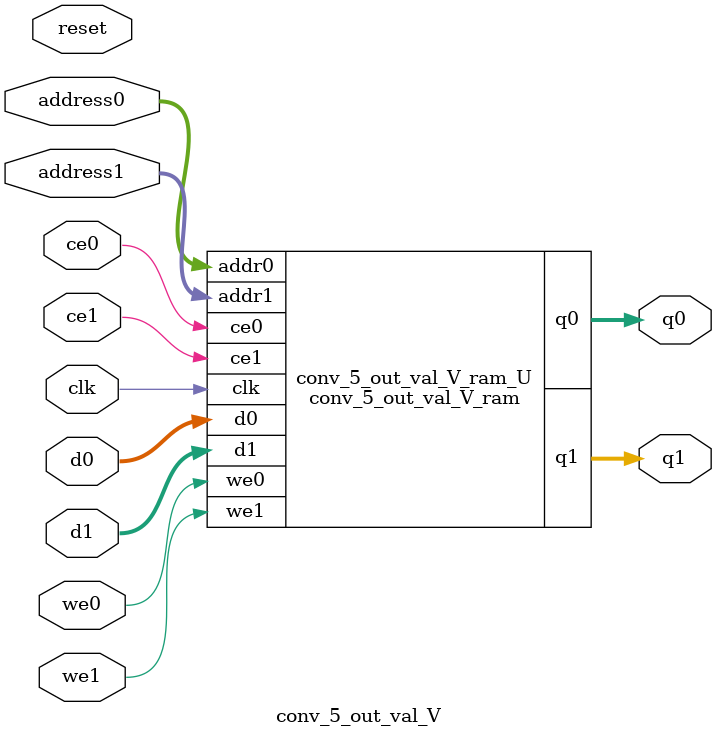
<source format=v>

`timescale 1 ns / 1 ps
module conv_5_out_val_V_ram (addr0, ce0, d0, we0, q0, addr1, ce1, d1, we1, q1,  clk);

parameter DWIDTH = 16;
parameter AWIDTH = 4;
parameter MEM_SIZE = 16;

input[AWIDTH-1:0] addr0;
input ce0;
input[DWIDTH-1:0] d0;
input we0;
output reg[DWIDTH-1:0] q0;
input[AWIDTH-1:0] addr1;
input ce1;
input[DWIDTH-1:0] d1;
input we1;
output reg[DWIDTH-1:0] q1;
input clk;

(* ram_style = "block" *)reg [DWIDTH-1:0] ram[0:MEM_SIZE-1];




always @(posedge clk)  
begin 
    if (ce0) 
    begin
        if (we0) 
        begin 
            ram[addr0] <= d0; 
            q0 <= d0;
        end 
        else 
            q0 <= ram[addr0];
    end
end


always @(posedge clk)  
begin 
    if (ce1) 
    begin
        if (we1) 
        begin 
            ram[addr1] <= d1; 
            q1 <= d1;
        end 
        else 
            q1 <= ram[addr1];
    end
end


endmodule


`timescale 1 ns / 1 ps
module conv_5_out_val_V(
    reset,
    clk,
    address0,
    ce0,
    we0,
    d0,
    q0,
    address1,
    ce1,
    we1,
    d1,
    q1);

parameter DataWidth = 32'd16;
parameter AddressRange = 32'd16;
parameter AddressWidth = 32'd4;
input reset;
input clk;
input[AddressWidth - 1:0] address0;
input ce0;
input we0;
input[DataWidth - 1:0] d0;
output[DataWidth - 1:0] q0;
input[AddressWidth - 1:0] address1;
input ce1;
input we1;
input[DataWidth - 1:0] d1;
output[DataWidth - 1:0] q1;



conv_5_out_val_V_ram conv_5_out_val_V_ram_U(
    .clk( clk ),
    .addr0( address0 ),
    .ce0( ce0 ),
    .d0( d0 ),
    .we0( we0 ),
    .q0( q0 ),
    .addr1( address1 ),
    .ce1( ce1 ),
    .d1( d1 ),
    .we1( we1 ),
    .q1( q1 ));

endmodule


</source>
